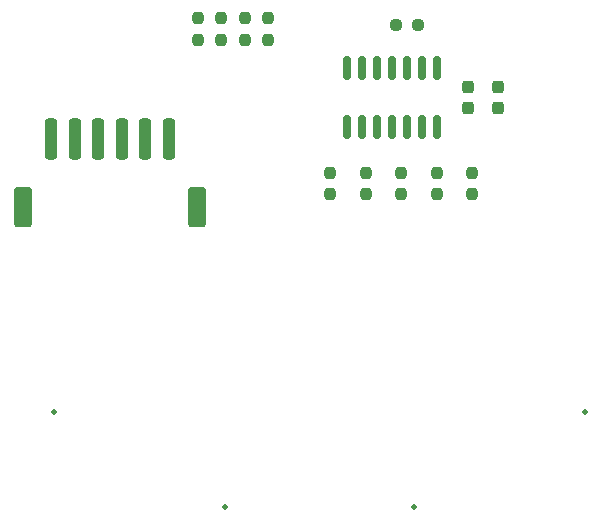
<source format=gbr>
%TF.GenerationSoftware,KiCad,Pcbnew,6.0.10-86aedd382b~118~ubuntu22.04.1*%
%TF.CreationDate,2023-01-13T21:42:15-05:00*%
%TF.ProjectId,touch_panel,746f7563-685f-4706-916e-656c2e6b6963,rev?*%
%TF.SameCoordinates,Original*%
%TF.FileFunction,Soldermask,Top*%
%TF.FilePolarity,Negative*%
%FSLAX46Y46*%
G04 Gerber Fmt 4.6, Leading zero omitted, Abs format (unit mm)*
G04 Created by KiCad (PCBNEW 6.0.10-86aedd382b~118~ubuntu22.04.1) date 2023-01-13 21:42:15*
%MOMM*%
%LPD*%
G01*
G04 APERTURE LIST*
G04 Aperture macros list*
%AMRoundRect*
0 Rectangle with rounded corners*
0 $1 Rounding radius*
0 $2 $3 $4 $5 $6 $7 $8 $9 X,Y pos of 4 corners*
0 Add a 4 corners polygon primitive as box body*
4,1,4,$2,$3,$4,$5,$6,$7,$8,$9,$2,$3,0*
0 Add four circle primitives for the rounded corners*
1,1,$1+$1,$2,$3*
1,1,$1+$1,$4,$5*
1,1,$1+$1,$6,$7*
1,1,$1+$1,$8,$9*
0 Add four rect primitives between the rounded corners*
20,1,$1+$1,$2,$3,$4,$5,0*
20,1,$1+$1,$4,$5,$6,$7,0*
20,1,$1+$1,$6,$7,$8,$9,0*
20,1,$1+$1,$8,$9,$2,$3,0*%
G04 Aperture macros list end*
%ADD10RoundRect,0.237500X-0.237500X0.250000X-0.237500X-0.250000X0.237500X-0.250000X0.237500X0.250000X0*%
%ADD11RoundRect,0.150000X-0.150000X0.825000X-0.150000X-0.825000X0.150000X-0.825000X0.150000X0.825000X0*%
%ADD12RoundRect,0.237500X0.237500X-0.250000X0.237500X0.250000X-0.237500X0.250000X-0.237500X-0.250000X0*%
%ADD13RoundRect,0.237500X0.250000X0.237500X-0.250000X0.237500X-0.250000X-0.237500X0.250000X-0.237500X0*%
%ADD14RoundRect,0.237500X-0.237500X0.300000X-0.237500X-0.300000X0.237500X-0.300000X0.237500X0.300000X0*%
%ADD15RoundRect,0.250000X-0.250000X-1.500000X0.250000X-1.500000X0.250000X1.500000X-0.250000X1.500000X0*%
%ADD16RoundRect,0.250001X-0.499999X-1.449999X0.499999X-1.449999X0.499999X1.449999X-0.499999X1.449999X0*%
%ADD17C,0.500000*%
G04 APERTURE END LIST*
D10*
%TO.C,R5*%
X150244000Y-93822000D03*
X150244000Y-95647000D03*
%TD*%
D11*
%TO.C,U3*%
X159258000Y-84966000D03*
X157988000Y-84966000D03*
X156718000Y-84966000D03*
X155448000Y-84966000D03*
X154178000Y-84966000D03*
X152908000Y-84966000D03*
X151638000Y-84966000D03*
X151638000Y-89916000D03*
X152908000Y-89916000D03*
X154178000Y-89916000D03*
X155448000Y-89916000D03*
X156718000Y-89916000D03*
X157988000Y-89916000D03*
X159258000Y-89916000D03*
%TD*%
D12*
%TO.C,R10*%
X145000000Y-82569000D03*
X145000000Y-80744000D03*
%TD*%
D10*
%TO.C,R1*%
X162244000Y-93822000D03*
X162244000Y-95647000D03*
%TD*%
D13*
%TO.C,R6*%
X157630500Y-81296500D03*
X155805500Y-81296500D03*
%TD*%
D12*
%TO.C,R9*%
X139000000Y-82569000D03*
X139000000Y-80744000D03*
%TD*%
D10*
%TO.C,R4*%
X153244000Y-93822000D03*
X153244000Y-95647000D03*
%TD*%
%TO.C,R3*%
X156244000Y-93822000D03*
X156244000Y-95647000D03*
%TD*%
D14*
%TO.C,C2*%
X164408000Y-86578500D03*
X164408000Y-88303500D03*
%TD*%
D12*
%TO.C,R8*%
X143000000Y-82569000D03*
X143000000Y-80744000D03*
%TD*%
D10*
%TO.C,R2*%
X159244000Y-93822000D03*
X159244000Y-95647000D03*
%TD*%
D12*
%TO.C,R7*%
X141000000Y-82569000D03*
X141000000Y-80744000D03*
%TD*%
D14*
%TO.C,C1*%
X161938000Y-86578500D03*
X161938000Y-88303500D03*
%TD*%
D15*
%TO.C,J1*%
X126588000Y-90932000D03*
X128588000Y-90932000D03*
X130588000Y-90932000D03*
X132588000Y-90932000D03*
X134588000Y-90932000D03*
X136588000Y-90932000D03*
D16*
X124238000Y-96682000D03*
X138938000Y-96682000D03*
%TD*%
D17*
%TO.C,SW4*%
X126824000Y-114086000D03*
%TD*%
%TO.C,SW2*%
X157324000Y-122086000D03*
%TD*%
%TO.C,SW3*%
X141324000Y-122086000D03*
%TD*%
%TO.C,SW1*%
X171824000Y-114086000D03*
%TD*%
M02*

</source>
